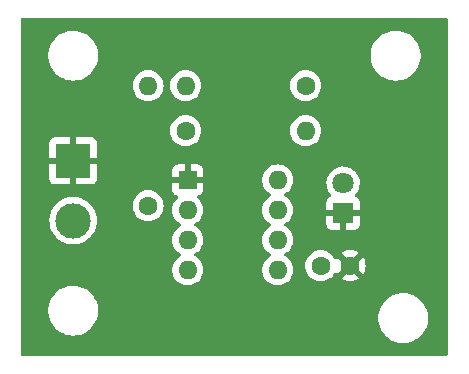
<source format=gbr>
%TF.GenerationSoftware,KiCad,Pcbnew,(6.0.6)*%
%TF.CreationDate,2022-08-06T13:42:41-04:00*%
%TF.ProjectId,Test,54657374-2e6b-4696-9361-645f70636258,rev?*%
%TF.SameCoordinates,Original*%
%TF.FileFunction,Copper,L2,Bot*%
%TF.FilePolarity,Positive*%
%FSLAX46Y46*%
G04 Gerber Fmt 4.6, Leading zero omitted, Abs format (unit mm)*
G04 Created by KiCad (PCBNEW (6.0.6)) date 2022-08-06 13:42:41*
%MOMM*%
%LPD*%
G01*
G04 APERTURE LIST*
%TA.AperFunction,ComponentPad*%
%ADD10R,1.600000X1.600000*%
%TD*%
%TA.AperFunction,ComponentPad*%
%ADD11O,1.600000X1.600000*%
%TD*%
%TA.AperFunction,ComponentPad*%
%ADD12C,1.600000*%
%TD*%
%TA.AperFunction,ComponentPad*%
%ADD13R,3.000000X3.000000*%
%TD*%
%TA.AperFunction,ComponentPad*%
%ADD14C,3.000000*%
%TD*%
%TA.AperFunction,ComponentPad*%
%ADD15R,1.800000X1.800000*%
%TD*%
%TA.AperFunction,ComponentPad*%
%ADD16C,1.800000*%
%TD*%
G04 APERTURE END LIST*
D10*
%TO.P,U1,1,GND*%
%TO.N,GND*%
X113210000Y-93070000D03*
D11*
%TO.P,U1,2,TR*%
%TO.N,Net-(U1-Pad6)*%
X113210000Y-95610000D03*
%TO.P,U1,3,Q*%
%TO.N,Net-(U1-Pad3)*%
X113210000Y-98150000D03*
%TO.P,U1,4,R*%
%TO.N,+9V*%
X113210000Y-100690000D03*
%TO.P,U1,5,CV*%
%TO.N,unconnected-(U1-Pad5)*%
X120830000Y-100690000D03*
%TO.P,U1,6,THR*%
%TO.N,Net-(U1-Pad6)*%
X120830000Y-98150000D03*
%TO.P,U1,7,DIS*%
%TO.N,Net-(U1-Pad7)*%
X120830000Y-95610000D03*
%TO.P,U1,8,VCC*%
%TO.N,+9V*%
X120830000Y-93070000D03*
%TD*%
%TO.P,R3,2*%
%TO.N,Net-(R3-Pad2)*%
X123190000Y-88900000D03*
D12*
%TO.P,R3,1*%
%TO.N,Net-(U1-Pad3)*%
X113030000Y-88900000D03*
%TD*%
%TO.P,R2,1*%
%TO.N,+9V*%
X123190000Y-85090000D03*
D11*
%TO.P,R2,2*%
%TO.N,Net-(U1-Pad7)*%
X113030000Y-85090000D03*
%TD*%
D12*
%TO.P,R1,1*%
%TO.N,Net-(U1-Pad6)*%
X109855000Y-95250000D03*
D11*
%TO.P,R1,2*%
%TO.N,Net-(U1-Pad7)*%
X109855000Y-85090000D03*
%TD*%
D13*
%TO.P,J1,1,Pin_1*%
%TO.N,GND*%
X103505000Y-91440000D03*
D14*
%TO.P,J1,2,Pin_2*%
%TO.N,+9V*%
X103505000Y-96520000D03*
%TD*%
D15*
%TO.P,D1,1,K*%
%TO.N,GND*%
X126365000Y-95885000D03*
D16*
%TO.P,D1,2,A*%
%TO.N,Net-(R3-Pad2)*%
X126365000Y-93345000D03*
%TD*%
D12*
%TO.P,C1,1*%
%TO.N,Net-(U1-Pad6)*%
X124460000Y-100330000D03*
%TO.P,C1,2*%
%TO.N,GND*%
X126960000Y-100330000D03*
%TD*%
%TA.AperFunction,Conductor*%
%TO.N,GND*%
G36*
X135197121Y-79395002D02*
G01*
X135243614Y-79448658D01*
X135255000Y-79501000D01*
X135255000Y-107824000D01*
X135234998Y-107892121D01*
X135181342Y-107938614D01*
X135129000Y-107950000D01*
X99186000Y-107950000D01*
X99117879Y-107929998D01*
X99071386Y-107876342D01*
X99060000Y-107824000D01*
X99060000Y-104272703D01*
X101395743Y-104272703D01*
X101433268Y-104557734D01*
X101509129Y-104835036D01*
X101621923Y-105099476D01*
X101769561Y-105346161D01*
X101949313Y-105570528D01*
X101966397Y-105586740D01*
X102146656Y-105757799D01*
X102157851Y-105768423D01*
X102391317Y-105936186D01*
X102395112Y-105938195D01*
X102395113Y-105938196D01*
X102416869Y-105949715D01*
X102645392Y-106070712D01*
X102915373Y-106169511D01*
X103196264Y-106230755D01*
X103224841Y-106233004D01*
X103419282Y-106248307D01*
X103419291Y-106248307D01*
X103421739Y-106248500D01*
X103577271Y-106248500D01*
X103579407Y-106248354D01*
X103579418Y-106248354D01*
X103787548Y-106234165D01*
X103787554Y-106234164D01*
X103791825Y-106233873D01*
X103796020Y-106233004D01*
X103796022Y-106233004D01*
X103944837Y-106202186D01*
X104073342Y-106175574D01*
X104344343Y-106079607D01*
X104507077Y-105995614D01*
X104596005Y-105949715D01*
X104596006Y-105949715D01*
X104599812Y-105947750D01*
X104603313Y-105945289D01*
X104603317Y-105945287D01*
X104717418Y-105865095D01*
X104835023Y-105782441D01*
X105045622Y-105586740D01*
X105227713Y-105364268D01*
X105377927Y-105119142D01*
X105468878Y-104911951D01*
X105470743Y-104907703D01*
X129335743Y-104907703D01*
X129373268Y-105192734D01*
X129449129Y-105470036D01*
X129561923Y-105734476D01*
X129592104Y-105784904D01*
X129681144Y-105933679D01*
X129709561Y-105981161D01*
X129889313Y-106205528D01*
X130097851Y-106403423D01*
X130331317Y-106571186D01*
X130335112Y-106573195D01*
X130335113Y-106573196D01*
X130356869Y-106584715D01*
X130585392Y-106705712D01*
X130855373Y-106804511D01*
X131136264Y-106865755D01*
X131164841Y-106868004D01*
X131359282Y-106883307D01*
X131359291Y-106883307D01*
X131361739Y-106883500D01*
X131517271Y-106883500D01*
X131519407Y-106883354D01*
X131519418Y-106883354D01*
X131727548Y-106869165D01*
X131727554Y-106869164D01*
X131731825Y-106868873D01*
X131736020Y-106868004D01*
X131736022Y-106868004D01*
X131872584Y-106839723D01*
X132013342Y-106810574D01*
X132284343Y-106714607D01*
X132539812Y-106582750D01*
X132543313Y-106580289D01*
X132543317Y-106580287D01*
X132657418Y-106500095D01*
X132775023Y-106417441D01*
X132972251Y-106234165D01*
X132982479Y-106224661D01*
X132982481Y-106224658D01*
X132985622Y-106221740D01*
X133167713Y-105999268D01*
X133317927Y-105754142D01*
X133433483Y-105490898D01*
X133512244Y-105214406D01*
X133552751Y-104929784D01*
X133552845Y-104911951D01*
X133554235Y-104646583D01*
X133554235Y-104646576D01*
X133554257Y-104642297D01*
X133516732Y-104357266D01*
X133440871Y-104079964D01*
X133328077Y-103815524D01*
X133180439Y-103568839D01*
X133000687Y-103344472D01*
X132827922Y-103180524D01*
X132795258Y-103149527D01*
X132795255Y-103149525D01*
X132792149Y-103146577D01*
X132558683Y-102978814D01*
X132536843Y-102967250D01*
X132433275Y-102912414D01*
X132304608Y-102844288D01*
X132034627Y-102745489D01*
X131753736Y-102684245D01*
X131722685Y-102681801D01*
X131530718Y-102666693D01*
X131530709Y-102666693D01*
X131528261Y-102666500D01*
X131372729Y-102666500D01*
X131370593Y-102666646D01*
X131370582Y-102666646D01*
X131162452Y-102680835D01*
X131162446Y-102680836D01*
X131158175Y-102681127D01*
X131153980Y-102681996D01*
X131153978Y-102681996D01*
X131035532Y-102706525D01*
X130876658Y-102739426D01*
X130605657Y-102835393D01*
X130601848Y-102837359D01*
X130421406Y-102930492D01*
X130350188Y-102967250D01*
X130346687Y-102969711D01*
X130346683Y-102969713D01*
X130336594Y-102976804D01*
X130114977Y-103132559D01*
X129904378Y-103328260D01*
X129722287Y-103550732D01*
X129572073Y-103795858D01*
X129570347Y-103799791D01*
X129570346Y-103799792D01*
X129479258Y-104007297D01*
X129456517Y-104059102D01*
X129377756Y-104335594D01*
X129374672Y-104357266D01*
X129342470Y-104583534D01*
X129337249Y-104620216D01*
X129337227Y-104624505D01*
X129337226Y-104624512D01*
X129335765Y-104903417D01*
X129335743Y-104907703D01*
X105470743Y-104907703D01*
X105491757Y-104859830D01*
X105493483Y-104855898D01*
X105572244Y-104579406D01*
X105606943Y-104335594D01*
X105612146Y-104299036D01*
X105612146Y-104299034D01*
X105612751Y-104294784D01*
X105612845Y-104276951D01*
X105614235Y-104011583D01*
X105614235Y-104011576D01*
X105614257Y-104007297D01*
X105576732Y-103722266D01*
X105500871Y-103444964D01*
X105388077Y-103180524D01*
X105313527Y-103055960D01*
X105242643Y-102937521D01*
X105242640Y-102937517D01*
X105240439Y-102933839D01*
X105060687Y-102709472D01*
X104852149Y-102511577D01*
X104618683Y-102343814D01*
X104596843Y-102332250D01*
X104573654Y-102319972D01*
X104364608Y-102209288D01*
X104094627Y-102110489D01*
X103813736Y-102049245D01*
X103782685Y-102046801D01*
X103590718Y-102031693D01*
X103590709Y-102031693D01*
X103588261Y-102031500D01*
X103432729Y-102031500D01*
X103430593Y-102031646D01*
X103430582Y-102031646D01*
X103222452Y-102045835D01*
X103222446Y-102045836D01*
X103218175Y-102046127D01*
X103213980Y-102046996D01*
X103213978Y-102046996D01*
X103077416Y-102075277D01*
X102936658Y-102104426D01*
X102665657Y-102200393D01*
X102410188Y-102332250D01*
X102406687Y-102334711D01*
X102406683Y-102334713D01*
X102396594Y-102341804D01*
X102174977Y-102497559D01*
X102159892Y-102511577D01*
X101973097Y-102685158D01*
X101964378Y-102693260D01*
X101782287Y-102915732D01*
X101632073Y-103160858D01*
X101516517Y-103424102D01*
X101437756Y-103700594D01*
X101397249Y-103985216D01*
X101397227Y-103989505D01*
X101397226Y-103989512D01*
X101395765Y-104268417D01*
X101395743Y-104272703D01*
X99060000Y-104272703D01*
X99060000Y-100690000D01*
X111896502Y-100690000D01*
X111916457Y-100918087D01*
X111917881Y-100923400D01*
X111917881Y-100923402D01*
X111935995Y-100991002D01*
X111975716Y-101139243D01*
X111978039Y-101144224D01*
X111978039Y-101144225D01*
X112070151Y-101341762D01*
X112070154Y-101341767D01*
X112072477Y-101346749D01*
X112075634Y-101351257D01*
X112154834Y-101464366D01*
X112203802Y-101534300D01*
X112365700Y-101696198D01*
X112370208Y-101699355D01*
X112370211Y-101699357D01*
X112448389Y-101754098D01*
X112553251Y-101827523D01*
X112558233Y-101829846D01*
X112558238Y-101829849D01*
X112755775Y-101921961D01*
X112760757Y-101924284D01*
X112766065Y-101925706D01*
X112766067Y-101925707D01*
X112976598Y-101982119D01*
X112976600Y-101982119D01*
X112981913Y-101983543D01*
X113210000Y-102003498D01*
X113438087Y-101983543D01*
X113443400Y-101982119D01*
X113443402Y-101982119D01*
X113653933Y-101925707D01*
X113653935Y-101925706D01*
X113659243Y-101924284D01*
X113664225Y-101921961D01*
X113861762Y-101829849D01*
X113861767Y-101829846D01*
X113866749Y-101827523D01*
X113971611Y-101754098D01*
X114049789Y-101699357D01*
X114049792Y-101699355D01*
X114054300Y-101696198D01*
X114216198Y-101534300D01*
X114265167Y-101464366D01*
X114344366Y-101351257D01*
X114347523Y-101346749D01*
X114349846Y-101341767D01*
X114349849Y-101341762D01*
X114441961Y-101144225D01*
X114441961Y-101144224D01*
X114444284Y-101139243D01*
X114484006Y-100991002D01*
X114502119Y-100923402D01*
X114502119Y-100923400D01*
X114503543Y-100918087D01*
X114523498Y-100690000D01*
X119516502Y-100690000D01*
X119536457Y-100918087D01*
X119537881Y-100923400D01*
X119537881Y-100923402D01*
X119555995Y-100991002D01*
X119595716Y-101139243D01*
X119598039Y-101144224D01*
X119598039Y-101144225D01*
X119690151Y-101341762D01*
X119690154Y-101341767D01*
X119692477Y-101346749D01*
X119695634Y-101351257D01*
X119774834Y-101464366D01*
X119823802Y-101534300D01*
X119985700Y-101696198D01*
X119990208Y-101699355D01*
X119990211Y-101699357D01*
X120068389Y-101754098D01*
X120173251Y-101827523D01*
X120178233Y-101829846D01*
X120178238Y-101829849D01*
X120375775Y-101921961D01*
X120380757Y-101924284D01*
X120386065Y-101925706D01*
X120386067Y-101925707D01*
X120596598Y-101982119D01*
X120596600Y-101982119D01*
X120601913Y-101983543D01*
X120830000Y-102003498D01*
X121058087Y-101983543D01*
X121063400Y-101982119D01*
X121063402Y-101982119D01*
X121273933Y-101925707D01*
X121273935Y-101925706D01*
X121279243Y-101924284D01*
X121284225Y-101921961D01*
X121481762Y-101829849D01*
X121481767Y-101829846D01*
X121486749Y-101827523D01*
X121591611Y-101754098D01*
X121669789Y-101699357D01*
X121669792Y-101699355D01*
X121674300Y-101696198D01*
X121836198Y-101534300D01*
X121885167Y-101464366D01*
X121964366Y-101351257D01*
X121967523Y-101346749D01*
X121969846Y-101341767D01*
X121969849Y-101341762D01*
X122061961Y-101144225D01*
X122061961Y-101144224D01*
X122064284Y-101139243D01*
X122104006Y-100991002D01*
X122122119Y-100923402D01*
X122122119Y-100923400D01*
X122123543Y-100918087D01*
X122143498Y-100690000D01*
X122123543Y-100461913D01*
X122088197Y-100330000D01*
X123146502Y-100330000D01*
X123166457Y-100558087D01*
X123167881Y-100563400D01*
X123167881Y-100563402D01*
X123205025Y-100702022D01*
X123225716Y-100779243D01*
X123228039Y-100784224D01*
X123228039Y-100784225D01*
X123320151Y-100981762D01*
X123320154Y-100981767D01*
X123322477Y-100986749D01*
X123325634Y-100991257D01*
X123425537Y-101133933D01*
X123453802Y-101174300D01*
X123615700Y-101336198D01*
X123620208Y-101339355D01*
X123620211Y-101339357D01*
X123623646Y-101341762D01*
X123803251Y-101467523D01*
X123808233Y-101469846D01*
X123808238Y-101469849D01*
X124004765Y-101561490D01*
X124010757Y-101564284D01*
X124016065Y-101565706D01*
X124016067Y-101565707D01*
X124226598Y-101622119D01*
X124226600Y-101622119D01*
X124231913Y-101623543D01*
X124460000Y-101643498D01*
X124688087Y-101623543D01*
X124693400Y-101622119D01*
X124693402Y-101622119D01*
X124903933Y-101565707D01*
X124903935Y-101565706D01*
X124909243Y-101564284D01*
X124915235Y-101561490D01*
X125111762Y-101469849D01*
X125111767Y-101469846D01*
X125116749Y-101467523D01*
X125190243Y-101416062D01*
X126238493Y-101416062D01*
X126247789Y-101428077D01*
X126298994Y-101463931D01*
X126308489Y-101469414D01*
X126505947Y-101561490D01*
X126516239Y-101565236D01*
X126726688Y-101621625D01*
X126737481Y-101623528D01*
X126954525Y-101642517D01*
X126965475Y-101642517D01*
X127182519Y-101623528D01*
X127193312Y-101621625D01*
X127403761Y-101565236D01*
X127414053Y-101561490D01*
X127611511Y-101469414D01*
X127621006Y-101463931D01*
X127673048Y-101427491D01*
X127681424Y-101417012D01*
X127674356Y-101403566D01*
X126972812Y-100702022D01*
X126958868Y-100694408D01*
X126957035Y-100694539D01*
X126950420Y-100698790D01*
X126244923Y-101404287D01*
X126238493Y-101416062D01*
X125190243Y-101416062D01*
X125296354Y-101341762D01*
X125299789Y-101339357D01*
X125299792Y-101339355D01*
X125304300Y-101336198D01*
X125466198Y-101174300D01*
X125494464Y-101133933D01*
X125594369Y-100991253D01*
X125597523Y-100986749D01*
X125599847Y-100981765D01*
X125601171Y-100979472D01*
X125652553Y-100930479D01*
X125722267Y-100917043D01*
X125788178Y-100943429D01*
X125819409Y-100979472D01*
X125826066Y-100991002D01*
X125862509Y-101043048D01*
X125872988Y-101051424D01*
X125886434Y-101044356D01*
X126587978Y-100342812D01*
X126594356Y-100331132D01*
X127324408Y-100331132D01*
X127324539Y-100332965D01*
X127328790Y-100339580D01*
X128034287Y-101045077D01*
X128046062Y-101051507D01*
X128058077Y-101042211D01*
X128093931Y-100991006D01*
X128099414Y-100981511D01*
X128191490Y-100784053D01*
X128195236Y-100773761D01*
X128251625Y-100563312D01*
X128253528Y-100552519D01*
X128272517Y-100335475D01*
X128272517Y-100324525D01*
X128253528Y-100107481D01*
X128251625Y-100096688D01*
X128195236Y-99886239D01*
X128191490Y-99875947D01*
X128099414Y-99678489D01*
X128093931Y-99668994D01*
X128057491Y-99616952D01*
X128047012Y-99608576D01*
X128033566Y-99615644D01*
X127332022Y-100317188D01*
X127324408Y-100331132D01*
X126594356Y-100331132D01*
X126595592Y-100328868D01*
X126595461Y-100327035D01*
X126591210Y-100320420D01*
X125885713Y-99614923D01*
X125873938Y-99608493D01*
X125861923Y-99617789D01*
X125826066Y-99668998D01*
X125819409Y-99680528D01*
X125768027Y-99729521D01*
X125698313Y-99742958D01*
X125632402Y-99716571D01*
X125601171Y-99680528D01*
X125599847Y-99678235D01*
X125597523Y-99673251D01*
X125541944Y-99593876D01*
X125469357Y-99490211D01*
X125469355Y-99490208D01*
X125466198Y-99485700D01*
X125304300Y-99323802D01*
X125299792Y-99320645D01*
X125299789Y-99320643D01*
X125188886Y-99242988D01*
X126238576Y-99242988D01*
X126245644Y-99256434D01*
X126947188Y-99957978D01*
X126961132Y-99965592D01*
X126962965Y-99965461D01*
X126969580Y-99961210D01*
X127675077Y-99255713D01*
X127681507Y-99243938D01*
X127672211Y-99231923D01*
X127621006Y-99196069D01*
X127611511Y-99190586D01*
X127414053Y-99098510D01*
X127403761Y-99094764D01*
X127193312Y-99038375D01*
X127182519Y-99036472D01*
X126965475Y-99017483D01*
X126954525Y-99017483D01*
X126737481Y-99036472D01*
X126726688Y-99038375D01*
X126516239Y-99094764D01*
X126505947Y-99098510D01*
X126308489Y-99190586D01*
X126298994Y-99196069D01*
X126246952Y-99232509D01*
X126238576Y-99242988D01*
X125188886Y-99242988D01*
X125173920Y-99232509D01*
X125116749Y-99192477D01*
X125111767Y-99190154D01*
X125111762Y-99190151D01*
X124914225Y-99098039D01*
X124914224Y-99098039D01*
X124909243Y-99095716D01*
X124903935Y-99094294D01*
X124903933Y-99094293D01*
X124693402Y-99037881D01*
X124693400Y-99037881D01*
X124688087Y-99036457D01*
X124460000Y-99016502D01*
X124231913Y-99036457D01*
X124226600Y-99037881D01*
X124226598Y-99037881D01*
X124016067Y-99094293D01*
X124016065Y-99094294D01*
X124010757Y-99095716D01*
X124005776Y-99098039D01*
X124005775Y-99098039D01*
X123808238Y-99190151D01*
X123808233Y-99190154D01*
X123803251Y-99192477D01*
X123746080Y-99232509D01*
X123620211Y-99320643D01*
X123620208Y-99320645D01*
X123615700Y-99323802D01*
X123453802Y-99485700D01*
X123450645Y-99490208D01*
X123450643Y-99490211D01*
X123395902Y-99568389D01*
X123322477Y-99673251D01*
X123320154Y-99678233D01*
X123320151Y-99678238D01*
X123296238Y-99729521D01*
X123225716Y-99880757D01*
X123224294Y-99886065D01*
X123224293Y-99886067D01*
X123203019Y-99965461D01*
X123166457Y-100101913D01*
X123146502Y-100330000D01*
X122088197Y-100330000D01*
X122065707Y-100246067D01*
X122065706Y-100246065D01*
X122064284Y-100240757D01*
X122002096Y-100107393D01*
X121969849Y-100038238D01*
X121969846Y-100038233D01*
X121967523Y-100033251D01*
X121864584Y-99886239D01*
X121839357Y-99850211D01*
X121839355Y-99850208D01*
X121836198Y-99845700D01*
X121674300Y-99683802D01*
X121669792Y-99680645D01*
X121669789Y-99680643D01*
X121580024Y-99617789D01*
X121486749Y-99552477D01*
X121481767Y-99550154D01*
X121481762Y-99550151D01*
X121447543Y-99534195D01*
X121394258Y-99487278D01*
X121374797Y-99419001D01*
X121395339Y-99351041D01*
X121447543Y-99305805D01*
X121481762Y-99289849D01*
X121481767Y-99289846D01*
X121486749Y-99287523D01*
X121591611Y-99214098D01*
X121669789Y-99159357D01*
X121669792Y-99159355D01*
X121674300Y-99156198D01*
X121836198Y-98994300D01*
X121967523Y-98806749D01*
X121969846Y-98801767D01*
X121969849Y-98801762D01*
X122061961Y-98604225D01*
X122061961Y-98604224D01*
X122064284Y-98599243D01*
X122082722Y-98530434D01*
X122122119Y-98383402D01*
X122122119Y-98383400D01*
X122123543Y-98378087D01*
X122143498Y-98150000D01*
X122123543Y-97921913D01*
X122064284Y-97700757D01*
X122014948Y-97594955D01*
X121969849Y-97498238D01*
X121969846Y-97498233D01*
X121967523Y-97493251D01*
X121836198Y-97305700D01*
X121674300Y-97143802D01*
X121669792Y-97140645D01*
X121669789Y-97140643D01*
X121591611Y-97085902D01*
X121486749Y-97012477D01*
X121481767Y-97010154D01*
X121481762Y-97010151D01*
X121447543Y-96994195D01*
X121394258Y-96947278D01*
X121374797Y-96879001D01*
X121389708Y-96829669D01*
X124957001Y-96829669D01*
X124957371Y-96836490D01*
X124962895Y-96887352D01*
X124966521Y-96902604D01*
X125011676Y-97023054D01*
X125020214Y-97038649D01*
X125096715Y-97140724D01*
X125109276Y-97153285D01*
X125211351Y-97229786D01*
X125226946Y-97238324D01*
X125347394Y-97283478D01*
X125362649Y-97287105D01*
X125413514Y-97292631D01*
X125420328Y-97293000D01*
X126092885Y-97293000D01*
X126108124Y-97288525D01*
X126109329Y-97287135D01*
X126111000Y-97279452D01*
X126111000Y-97274884D01*
X126619000Y-97274884D01*
X126623475Y-97290123D01*
X126624865Y-97291328D01*
X126632548Y-97292999D01*
X127309669Y-97292999D01*
X127316490Y-97292629D01*
X127367352Y-97287105D01*
X127382604Y-97283479D01*
X127503054Y-97238324D01*
X127518649Y-97229786D01*
X127620724Y-97153285D01*
X127633285Y-97140724D01*
X127709786Y-97038649D01*
X127718324Y-97023054D01*
X127763478Y-96902606D01*
X127767105Y-96887351D01*
X127772631Y-96836486D01*
X127773000Y-96829672D01*
X127773000Y-96157115D01*
X127768525Y-96141876D01*
X127767135Y-96140671D01*
X127759452Y-96139000D01*
X126637115Y-96139000D01*
X126621876Y-96143475D01*
X126620671Y-96144865D01*
X126619000Y-96152548D01*
X126619000Y-97274884D01*
X126111000Y-97274884D01*
X126111000Y-96157115D01*
X126106525Y-96141876D01*
X126105135Y-96140671D01*
X126097452Y-96139000D01*
X124975116Y-96139000D01*
X124959877Y-96143475D01*
X124958672Y-96144865D01*
X124957001Y-96152548D01*
X124957001Y-96829669D01*
X121389708Y-96829669D01*
X121395339Y-96811041D01*
X121447543Y-96765805D01*
X121481762Y-96749849D01*
X121481767Y-96749846D01*
X121486749Y-96747523D01*
X121591611Y-96674098D01*
X121669789Y-96619357D01*
X121669792Y-96619355D01*
X121674300Y-96616198D01*
X121836198Y-96454300D01*
X121885167Y-96384366D01*
X121964366Y-96271257D01*
X121967523Y-96266749D01*
X121969846Y-96261767D01*
X121969849Y-96261762D01*
X122061961Y-96064225D01*
X122061961Y-96064224D01*
X122064284Y-96059243D01*
X122123543Y-95838087D01*
X122143498Y-95610000D01*
X122123543Y-95381913D01*
X122064284Y-95160757D01*
X122061961Y-95155775D01*
X121969849Y-94958238D01*
X121969846Y-94958233D01*
X121967523Y-94953251D01*
X121894098Y-94848389D01*
X121839357Y-94770211D01*
X121839355Y-94770208D01*
X121836198Y-94765700D01*
X121674300Y-94603802D01*
X121669792Y-94600645D01*
X121669789Y-94600643D01*
X121571292Y-94531675D01*
X121486749Y-94472477D01*
X121481767Y-94470154D01*
X121481762Y-94470151D01*
X121447543Y-94454195D01*
X121394258Y-94407278D01*
X121374797Y-94339001D01*
X121395339Y-94271041D01*
X121447543Y-94225805D01*
X121481762Y-94209849D01*
X121481767Y-94209846D01*
X121486749Y-94207523D01*
X121617980Y-94115634D01*
X121669789Y-94079357D01*
X121669792Y-94079355D01*
X121674300Y-94076198D01*
X121836198Y-93914300D01*
X121967523Y-93726749D01*
X121969846Y-93721767D01*
X121969849Y-93721762D01*
X122061961Y-93524225D01*
X122061961Y-93524224D01*
X122064284Y-93519243D01*
X122112970Y-93337548D01*
X122120225Y-93310469D01*
X124952095Y-93310469D01*
X124952392Y-93315622D01*
X124952392Y-93315625D01*
X124960025Y-93448000D01*
X124965427Y-93541697D01*
X124966564Y-93546743D01*
X124966565Y-93546749D01*
X124998741Y-93689523D01*
X125016346Y-93767642D01*
X125018288Y-93772424D01*
X125018289Y-93772428D01*
X125078817Y-93921490D01*
X125103484Y-93982237D01*
X125224501Y-94179719D01*
X125227882Y-94183622D01*
X125336653Y-94309191D01*
X125366135Y-94373776D01*
X125356020Y-94444049D01*
X125309519Y-94497697D01*
X125285646Y-94509670D01*
X125226944Y-94531677D01*
X125211351Y-94540214D01*
X125109276Y-94616715D01*
X125096715Y-94629276D01*
X125020214Y-94731351D01*
X125011676Y-94746946D01*
X124966522Y-94867394D01*
X124962895Y-94882649D01*
X124957369Y-94933514D01*
X124957000Y-94940328D01*
X124957000Y-95612885D01*
X124961475Y-95628124D01*
X124962865Y-95629329D01*
X124970548Y-95631000D01*
X127754884Y-95631000D01*
X127770123Y-95626525D01*
X127771328Y-95625135D01*
X127772999Y-95617452D01*
X127772999Y-94940331D01*
X127772629Y-94933510D01*
X127767105Y-94882648D01*
X127763479Y-94867396D01*
X127718324Y-94746946D01*
X127709786Y-94731351D01*
X127633285Y-94629276D01*
X127620724Y-94616715D01*
X127518649Y-94540214D01*
X127503052Y-94531675D01*
X127444415Y-94509693D01*
X127387650Y-94467052D01*
X127362950Y-94400490D01*
X127378157Y-94331141D01*
X127399703Y-94302461D01*
X127437641Y-94264654D01*
X127441303Y-94261005D01*
X127576458Y-94072917D01*
X127604729Y-94015716D01*
X127676784Y-93869922D01*
X127676785Y-93869920D01*
X127679078Y-93865280D01*
X127746408Y-93643671D01*
X127776640Y-93414041D01*
X127778327Y-93345000D01*
X127765884Y-93193649D01*
X127759773Y-93119318D01*
X127759772Y-93119312D01*
X127759349Y-93114167D01*
X127702925Y-92889533D01*
X127700866Y-92884797D01*
X127612630Y-92681868D01*
X127612628Y-92681865D01*
X127610570Y-92677131D01*
X127484764Y-92482665D01*
X127328887Y-92311358D01*
X127324836Y-92308159D01*
X127324832Y-92308155D01*
X127151177Y-92171011D01*
X127151172Y-92171008D01*
X127147123Y-92167810D01*
X127142607Y-92165317D01*
X127142604Y-92165315D01*
X126948879Y-92058373D01*
X126948875Y-92058371D01*
X126944355Y-92055876D01*
X126939486Y-92054152D01*
X126939482Y-92054150D01*
X126730903Y-91980288D01*
X126730899Y-91980287D01*
X126726028Y-91978562D01*
X126720935Y-91977655D01*
X126720932Y-91977654D01*
X126503095Y-91938851D01*
X126503089Y-91938850D01*
X126498006Y-91937945D01*
X126425096Y-91937054D01*
X126271581Y-91935179D01*
X126271579Y-91935179D01*
X126266411Y-91935116D01*
X126037464Y-91970150D01*
X125817314Y-92042106D01*
X125812726Y-92044494D01*
X125812722Y-92044496D01*
X125616461Y-92146663D01*
X125611872Y-92149052D01*
X125607739Y-92152155D01*
X125607736Y-92152157D01*
X125503778Y-92230211D01*
X125426655Y-92288117D01*
X125423083Y-92291855D01*
X125302309Y-92418238D01*
X125266639Y-92455564D01*
X125263725Y-92459836D01*
X125263724Y-92459837D01*
X125248152Y-92482665D01*
X125136119Y-92646899D01*
X125038602Y-92856981D01*
X124976707Y-93080169D01*
X124952095Y-93310469D01*
X122120225Y-93310469D01*
X122122119Y-93303402D01*
X122122119Y-93303400D01*
X122123543Y-93298087D01*
X122143498Y-93070000D01*
X122123543Y-92841913D01*
X122115028Y-92810135D01*
X122065707Y-92626067D01*
X122065706Y-92626065D01*
X122064284Y-92620757D01*
X121998107Y-92478838D01*
X121969849Y-92418238D01*
X121969846Y-92418233D01*
X121967523Y-92413251D01*
X121836198Y-92225700D01*
X121674300Y-92063802D01*
X121669792Y-92060645D01*
X121669789Y-92060643D01*
X121540551Y-91970150D01*
X121486749Y-91932477D01*
X121481767Y-91930154D01*
X121481762Y-91930151D01*
X121284225Y-91838039D01*
X121284224Y-91838039D01*
X121279243Y-91835716D01*
X121273935Y-91834294D01*
X121273933Y-91834293D01*
X121063402Y-91777881D01*
X121063400Y-91777881D01*
X121058087Y-91776457D01*
X120830000Y-91756502D01*
X120601913Y-91776457D01*
X120596600Y-91777881D01*
X120596598Y-91777881D01*
X120386067Y-91834293D01*
X120386065Y-91834294D01*
X120380757Y-91835716D01*
X120375776Y-91838039D01*
X120375775Y-91838039D01*
X120178238Y-91930151D01*
X120178233Y-91930154D01*
X120173251Y-91932477D01*
X120119449Y-91970150D01*
X119990211Y-92060643D01*
X119990208Y-92060645D01*
X119985700Y-92063802D01*
X119823802Y-92225700D01*
X119692477Y-92413251D01*
X119690154Y-92418233D01*
X119690151Y-92418238D01*
X119661893Y-92478838D01*
X119595716Y-92620757D01*
X119594294Y-92626065D01*
X119594293Y-92626067D01*
X119544972Y-92810135D01*
X119536457Y-92841913D01*
X119516502Y-93070000D01*
X119536457Y-93298087D01*
X119537881Y-93303400D01*
X119537881Y-93303402D01*
X119547031Y-93337548D01*
X119595716Y-93519243D01*
X119598039Y-93524224D01*
X119598039Y-93524225D01*
X119690151Y-93721762D01*
X119690154Y-93721767D01*
X119692477Y-93726749D01*
X119823802Y-93914300D01*
X119985700Y-94076198D01*
X119990208Y-94079355D01*
X119990211Y-94079357D01*
X120042020Y-94115634D01*
X120173251Y-94207523D01*
X120178233Y-94209846D01*
X120178238Y-94209849D01*
X120212457Y-94225805D01*
X120265742Y-94272722D01*
X120285203Y-94340999D01*
X120264661Y-94408959D01*
X120212457Y-94454195D01*
X120178238Y-94470151D01*
X120178233Y-94470154D01*
X120173251Y-94472477D01*
X120088708Y-94531675D01*
X119990211Y-94600643D01*
X119990208Y-94600645D01*
X119985700Y-94603802D01*
X119823802Y-94765700D01*
X119820645Y-94770208D01*
X119820643Y-94770211D01*
X119765902Y-94848389D01*
X119692477Y-94953251D01*
X119690154Y-94958233D01*
X119690151Y-94958238D01*
X119598039Y-95155775D01*
X119595716Y-95160757D01*
X119536457Y-95381913D01*
X119516502Y-95610000D01*
X119536457Y-95838087D01*
X119595716Y-96059243D01*
X119598039Y-96064224D01*
X119598039Y-96064225D01*
X119690151Y-96261762D01*
X119690154Y-96261767D01*
X119692477Y-96266749D01*
X119695634Y-96271257D01*
X119774834Y-96384366D01*
X119823802Y-96454300D01*
X119985700Y-96616198D01*
X119990208Y-96619355D01*
X119990211Y-96619357D01*
X120068389Y-96674098D01*
X120173251Y-96747523D01*
X120178233Y-96749846D01*
X120178238Y-96749849D01*
X120212457Y-96765805D01*
X120265742Y-96812722D01*
X120285203Y-96880999D01*
X120264661Y-96948959D01*
X120212457Y-96994195D01*
X120178238Y-97010151D01*
X120178233Y-97010154D01*
X120173251Y-97012477D01*
X120068389Y-97085902D01*
X119990211Y-97140643D01*
X119990208Y-97140645D01*
X119985700Y-97143802D01*
X119823802Y-97305700D01*
X119692477Y-97493251D01*
X119690154Y-97498233D01*
X119690151Y-97498238D01*
X119645052Y-97594955D01*
X119595716Y-97700757D01*
X119536457Y-97921913D01*
X119516502Y-98150000D01*
X119536457Y-98378087D01*
X119537881Y-98383400D01*
X119537881Y-98383402D01*
X119577279Y-98530434D01*
X119595716Y-98599243D01*
X119598039Y-98604224D01*
X119598039Y-98604225D01*
X119690151Y-98801762D01*
X119690154Y-98801767D01*
X119692477Y-98806749D01*
X119823802Y-98994300D01*
X119985700Y-99156198D01*
X119990208Y-99159355D01*
X119990211Y-99159357D01*
X120068389Y-99214098D01*
X120173251Y-99287523D01*
X120178233Y-99289846D01*
X120178238Y-99289849D01*
X120212457Y-99305805D01*
X120265742Y-99352722D01*
X120285203Y-99420999D01*
X120264661Y-99488959D01*
X120212457Y-99534195D01*
X120178238Y-99550151D01*
X120178233Y-99550154D01*
X120173251Y-99552477D01*
X120079976Y-99617789D01*
X119990211Y-99680643D01*
X119990208Y-99680645D01*
X119985700Y-99683802D01*
X119823802Y-99845700D01*
X119820645Y-99850208D01*
X119820643Y-99850211D01*
X119795416Y-99886239D01*
X119692477Y-100033251D01*
X119690154Y-100038233D01*
X119690151Y-100038238D01*
X119657904Y-100107393D01*
X119595716Y-100240757D01*
X119594294Y-100246065D01*
X119594293Y-100246067D01*
X119571803Y-100330000D01*
X119536457Y-100461913D01*
X119516502Y-100690000D01*
X114523498Y-100690000D01*
X114503543Y-100461913D01*
X114468197Y-100330000D01*
X114445707Y-100246067D01*
X114445706Y-100246065D01*
X114444284Y-100240757D01*
X114382096Y-100107393D01*
X114349849Y-100038238D01*
X114349846Y-100038233D01*
X114347523Y-100033251D01*
X114244584Y-99886239D01*
X114219357Y-99850211D01*
X114219355Y-99850208D01*
X114216198Y-99845700D01*
X114054300Y-99683802D01*
X114049792Y-99680645D01*
X114049789Y-99680643D01*
X113960024Y-99617789D01*
X113866749Y-99552477D01*
X113861767Y-99550154D01*
X113861762Y-99550151D01*
X113827543Y-99534195D01*
X113774258Y-99487278D01*
X113754797Y-99419001D01*
X113775339Y-99351041D01*
X113827543Y-99305805D01*
X113861762Y-99289849D01*
X113861767Y-99289846D01*
X113866749Y-99287523D01*
X113971611Y-99214098D01*
X114049789Y-99159357D01*
X114049792Y-99159355D01*
X114054300Y-99156198D01*
X114216198Y-98994300D01*
X114347523Y-98806749D01*
X114349846Y-98801767D01*
X114349849Y-98801762D01*
X114441961Y-98604225D01*
X114441961Y-98604224D01*
X114444284Y-98599243D01*
X114462722Y-98530434D01*
X114502119Y-98383402D01*
X114502119Y-98383400D01*
X114503543Y-98378087D01*
X114523498Y-98150000D01*
X114503543Y-97921913D01*
X114444284Y-97700757D01*
X114394948Y-97594955D01*
X114349849Y-97498238D01*
X114349846Y-97498233D01*
X114347523Y-97493251D01*
X114216198Y-97305700D01*
X114054300Y-97143802D01*
X114049792Y-97140645D01*
X114049789Y-97140643D01*
X113971611Y-97085902D01*
X113866749Y-97012477D01*
X113861767Y-97010154D01*
X113861762Y-97010151D01*
X113827543Y-96994195D01*
X113774258Y-96947278D01*
X113754797Y-96879001D01*
X113775339Y-96811041D01*
X113827543Y-96765805D01*
X113861762Y-96749849D01*
X113861767Y-96749846D01*
X113866749Y-96747523D01*
X113971611Y-96674098D01*
X114049789Y-96619357D01*
X114049792Y-96619355D01*
X114054300Y-96616198D01*
X114216198Y-96454300D01*
X114265167Y-96384366D01*
X114344366Y-96271257D01*
X114347523Y-96266749D01*
X114349846Y-96261767D01*
X114349849Y-96261762D01*
X114441961Y-96064225D01*
X114441961Y-96064224D01*
X114444284Y-96059243D01*
X114503543Y-95838087D01*
X114523498Y-95610000D01*
X114503543Y-95381913D01*
X114444284Y-95160757D01*
X114441961Y-95155775D01*
X114349849Y-94958238D01*
X114349846Y-94958233D01*
X114347523Y-94953251D01*
X114274098Y-94848389D01*
X114219357Y-94770211D01*
X114219355Y-94770208D01*
X114216198Y-94765700D01*
X114054300Y-94603802D01*
X114049789Y-94600643D01*
X114045576Y-94597108D01*
X114046388Y-94596140D01*
X114005910Y-94545506D01*
X113998596Y-94474887D01*
X114030624Y-94411524D01*
X114091823Y-94375536D01*
X114108901Y-94372480D01*
X114112352Y-94372105D01*
X114127604Y-94368479D01*
X114248054Y-94323324D01*
X114263649Y-94314786D01*
X114365724Y-94238285D01*
X114378285Y-94225724D01*
X114454786Y-94123649D01*
X114463324Y-94108054D01*
X114508478Y-93987606D01*
X114512105Y-93972351D01*
X114517631Y-93921486D01*
X114518000Y-93914672D01*
X114518000Y-93342115D01*
X114513525Y-93326876D01*
X114512135Y-93325671D01*
X114504452Y-93324000D01*
X111920116Y-93324000D01*
X111904877Y-93328475D01*
X111903672Y-93329865D01*
X111902001Y-93337548D01*
X111902001Y-93914669D01*
X111902371Y-93921490D01*
X111907895Y-93972352D01*
X111911521Y-93987604D01*
X111956676Y-94108054D01*
X111965214Y-94123649D01*
X112041715Y-94225724D01*
X112054276Y-94238285D01*
X112156351Y-94314786D01*
X112171946Y-94323324D01*
X112292394Y-94368478D01*
X112307643Y-94372104D01*
X112311096Y-94372479D01*
X112313606Y-94373522D01*
X112315331Y-94373932D01*
X112315265Y-94374211D01*
X112376659Y-94399719D01*
X112417088Y-94458080D01*
X112419546Y-94529034D01*
X112383253Y-94590054D01*
X112371760Y-94599344D01*
X112370214Y-94600641D01*
X112365700Y-94603802D01*
X112203802Y-94765700D01*
X112200645Y-94770208D01*
X112200643Y-94770211D01*
X112145902Y-94848389D01*
X112072477Y-94953251D01*
X112070154Y-94958233D01*
X112070151Y-94958238D01*
X111978039Y-95155775D01*
X111975716Y-95160757D01*
X111916457Y-95381913D01*
X111896502Y-95610000D01*
X111916457Y-95838087D01*
X111975716Y-96059243D01*
X111978039Y-96064224D01*
X111978039Y-96064225D01*
X112070151Y-96261762D01*
X112070154Y-96261767D01*
X112072477Y-96266749D01*
X112075634Y-96271257D01*
X112154834Y-96384366D01*
X112203802Y-96454300D01*
X112365700Y-96616198D01*
X112370208Y-96619355D01*
X112370211Y-96619357D01*
X112448389Y-96674098D01*
X112553251Y-96747523D01*
X112558233Y-96749846D01*
X112558238Y-96749849D01*
X112592457Y-96765805D01*
X112645742Y-96812722D01*
X112665203Y-96880999D01*
X112644661Y-96948959D01*
X112592457Y-96994195D01*
X112558238Y-97010151D01*
X112558233Y-97010154D01*
X112553251Y-97012477D01*
X112448389Y-97085902D01*
X112370211Y-97140643D01*
X112370208Y-97140645D01*
X112365700Y-97143802D01*
X112203802Y-97305700D01*
X112072477Y-97493251D01*
X112070154Y-97498233D01*
X112070151Y-97498238D01*
X112025052Y-97594955D01*
X111975716Y-97700757D01*
X111916457Y-97921913D01*
X111896502Y-98150000D01*
X111916457Y-98378087D01*
X111917881Y-98383400D01*
X111917881Y-98383402D01*
X111957279Y-98530434D01*
X111975716Y-98599243D01*
X111978039Y-98604224D01*
X111978039Y-98604225D01*
X112070151Y-98801762D01*
X112070154Y-98801767D01*
X112072477Y-98806749D01*
X112203802Y-98994300D01*
X112365700Y-99156198D01*
X112370208Y-99159355D01*
X112370211Y-99159357D01*
X112448389Y-99214098D01*
X112553251Y-99287523D01*
X112558233Y-99289846D01*
X112558238Y-99289849D01*
X112592457Y-99305805D01*
X112645742Y-99352722D01*
X112665203Y-99420999D01*
X112644661Y-99488959D01*
X112592457Y-99534195D01*
X112558238Y-99550151D01*
X112558233Y-99550154D01*
X112553251Y-99552477D01*
X112459976Y-99617789D01*
X112370211Y-99680643D01*
X112370208Y-99680645D01*
X112365700Y-99683802D01*
X112203802Y-99845700D01*
X112200645Y-99850208D01*
X112200643Y-99850211D01*
X112175416Y-99886239D01*
X112072477Y-100033251D01*
X112070154Y-100038233D01*
X112070151Y-100038238D01*
X112037904Y-100107393D01*
X111975716Y-100240757D01*
X111974294Y-100246065D01*
X111974293Y-100246067D01*
X111951803Y-100330000D01*
X111916457Y-100461913D01*
X111896502Y-100690000D01*
X99060000Y-100690000D01*
X99060000Y-96498918D01*
X101491917Y-96498918D01*
X101507682Y-96772320D01*
X101508507Y-96776525D01*
X101508508Y-96776533D01*
X101533243Y-96902606D01*
X101560405Y-97041053D01*
X101561792Y-97045103D01*
X101561793Y-97045108D01*
X101646666Y-97293000D01*
X101649112Y-97300144D01*
X101772160Y-97544799D01*
X101774586Y-97548328D01*
X101774589Y-97548334D01*
X101882997Y-97706067D01*
X101927274Y-97770490D01*
X101930161Y-97773663D01*
X101930162Y-97773664D01*
X102070044Y-97927393D01*
X102111582Y-97973043D01*
X102321675Y-98148707D01*
X102325316Y-98150991D01*
X102550024Y-98291951D01*
X102550028Y-98291953D01*
X102553664Y-98294234D01*
X102621544Y-98324883D01*
X102799345Y-98405164D01*
X102799349Y-98405166D01*
X102803257Y-98406930D01*
X102807377Y-98408150D01*
X102807376Y-98408150D01*
X103061723Y-98483491D01*
X103061727Y-98483492D01*
X103065836Y-98484709D01*
X103070070Y-98485357D01*
X103070075Y-98485358D01*
X103332298Y-98525483D01*
X103332300Y-98525483D01*
X103336540Y-98526132D01*
X103475912Y-98528322D01*
X103606071Y-98530367D01*
X103606077Y-98530367D01*
X103610362Y-98530434D01*
X103882235Y-98497534D01*
X104147127Y-98428041D01*
X104151087Y-98426401D01*
X104151092Y-98426399D01*
X104280956Y-98372607D01*
X104400136Y-98323241D01*
X104636582Y-98185073D01*
X104852089Y-98016094D01*
X104893809Y-97973043D01*
X105039686Y-97822509D01*
X105042669Y-97819431D01*
X105045202Y-97815983D01*
X105045206Y-97815978D01*
X105202257Y-97602178D01*
X105204795Y-97598723D01*
X105232154Y-97548334D01*
X105333418Y-97361830D01*
X105333419Y-97361828D01*
X105335468Y-97358054D01*
X105412844Y-97153285D01*
X105430751Y-97105895D01*
X105430752Y-97105891D01*
X105432269Y-97101877D01*
X105477908Y-96902606D01*
X105492449Y-96839117D01*
X105492450Y-96839113D01*
X105493407Y-96834933D01*
X105495390Y-96812722D01*
X105517531Y-96564627D01*
X105517531Y-96564625D01*
X105517751Y-96562161D01*
X105518193Y-96520000D01*
X105513407Y-96449789D01*
X105499859Y-96251055D01*
X105499858Y-96251049D01*
X105499567Y-96246778D01*
X105444032Y-95978612D01*
X105352617Y-95720465D01*
X105227013Y-95477112D01*
X105217040Y-95462921D01*
X105072008Y-95256562D01*
X105069545Y-95253057D01*
X105066704Y-95250000D01*
X108541502Y-95250000D01*
X108561457Y-95478087D01*
X108562881Y-95483400D01*
X108562881Y-95483402D01*
X108601660Y-95628124D01*
X108620716Y-95699243D01*
X108623039Y-95704224D01*
X108623039Y-95704225D01*
X108715151Y-95901762D01*
X108715154Y-95901767D01*
X108717477Y-95906749D01*
X108764969Y-95974574D01*
X108820537Y-96053933D01*
X108848802Y-96094300D01*
X109010700Y-96256198D01*
X109015208Y-96259355D01*
X109015211Y-96259357D01*
X109018646Y-96261762D01*
X109198251Y-96387523D01*
X109203233Y-96389846D01*
X109203238Y-96389849D01*
X109400775Y-96481961D01*
X109405757Y-96484284D01*
X109411065Y-96485706D01*
X109411067Y-96485707D01*
X109621598Y-96542119D01*
X109621600Y-96542119D01*
X109626913Y-96543543D01*
X109855000Y-96563498D01*
X110083087Y-96543543D01*
X110088400Y-96542119D01*
X110088402Y-96542119D01*
X110298933Y-96485707D01*
X110298935Y-96485706D01*
X110304243Y-96484284D01*
X110309225Y-96481961D01*
X110506762Y-96389849D01*
X110506767Y-96389846D01*
X110511749Y-96387523D01*
X110691354Y-96261762D01*
X110694789Y-96259357D01*
X110694792Y-96259355D01*
X110699300Y-96256198D01*
X110861198Y-96094300D01*
X110889464Y-96053933D01*
X110945031Y-95974574D01*
X110992523Y-95906749D01*
X110994846Y-95901767D01*
X110994849Y-95901762D01*
X111086961Y-95704225D01*
X111086961Y-95704224D01*
X111089284Y-95699243D01*
X111108341Y-95628124D01*
X111147119Y-95483402D01*
X111147119Y-95483400D01*
X111148543Y-95478087D01*
X111168498Y-95250000D01*
X111148543Y-95021913D01*
X111126682Y-94940328D01*
X111090707Y-94806067D01*
X111090706Y-94806065D01*
X111089284Y-94800757D01*
X111060088Y-94738145D01*
X110994849Y-94598238D01*
X110994846Y-94598233D01*
X110992523Y-94593251D01*
X110919098Y-94488389D01*
X110864357Y-94410211D01*
X110864355Y-94410208D01*
X110861198Y-94405700D01*
X110699300Y-94243802D01*
X110694792Y-94240645D01*
X110694789Y-94240643D01*
X110527704Y-94123649D01*
X110511749Y-94112477D01*
X110506767Y-94110154D01*
X110506762Y-94110151D01*
X110309225Y-94018039D01*
X110309224Y-94018039D01*
X110304243Y-94015716D01*
X110298935Y-94014294D01*
X110298933Y-94014293D01*
X110088402Y-93957881D01*
X110088400Y-93957881D01*
X110083087Y-93956457D01*
X109855000Y-93936502D01*
X109626913Y-93956457D01*
X109621600Y-93957881D01*
X109621598Y-93957881D01*
X109411067Y-94014293D01*
X109411065Y-94014294D01*
X109405757Y-94015716D01*
X109400776Y-94018039D01*
X109400775Y-94018039D01*
X109203238Y-94110151D01*
X109203233Y-94110154D01*
X109198251Y-94112477D01*
X109182296Y-94123649D01*
X109015211Y-94240643D01*
X109015208Y-94240645D01*
X109010700Y-94243802D01*
X108848802Y-94405700D01*
X108845645Y-94410208D01*
X108845643Y-94410211D01*
X108790902Y-94488389D01*
X108717477Y-94593251D01*
X108715154Y-94598233D01*
X108715151Y-94598238D01*
X108649912Y-94738145D01*
X108620716Y-94800757D01*
X108619294Y-94806065D01*
X108619293Y-94806067D01*
X108583318Y-94940328D01*
X108561457Y-95021913D01*
X108541502Y-95250000D01*
X105066704Y-95250000D01*
X104883125Y-95052445D01*
X104879810Y-95049731D01*
X104879806Y-95049728D01*
X104674523Y-94881706D01*
X104671205Y-94878990D01*
X104437704Y-94735901D01*
X104427339Y-94731351D01*
X104190873Y-94627549D01*
X104190869Y-94627548D01*
X104186945Y-94625825D01*
X103923566Y-94550800D01*
X103919324Y-94550196D01*
X103919318Y-94550195D01*
X103718834Y-94521662D01*
X103652443Y-94512213D01*
X103508589Y-94511460D01*
X103382877Y-94510802D01*
X103382871Y-94510802D01*
X103378591Y-94510780D01*
X103374347Y-94511339D01*
X103374343Y-94511339D01*
X103255302Y-94527011D01*
X103107078Y-94546525D01*
X103102938Y-94547658D01*
X103102936Y-94547658D01*
X103061510Y-94558991D01*
X102842928Y-94618788D01*
X102838980Y-94620472D01*
X102594982Y-94724546D01*
X102594978Y-94724548D01*
X102591030Y-94726232D01*
X102517546Y-94770211D01*
X102359725Y-94864664D01*
X102359721Y-94864667D01*
X102356043Y-94866868D01*
X102142318Y-95038094D01*
X101953808Y-95236742D01*
X101794002Y-95459136D01*
X101665857Y-95701161D01*
X101664385Y-95705184D01*
X101664383Y-95705188D01*
X101592447Y-95901762D01*
X101571743Y-95958337D01*
X101513404Y-96225907D01*
X101491917Y-96498918D01*
X99060000Y-96498918D01*
X99060000Y-92984669D01*
X101497001Y-92984669D01*
X101497371Y-92991490D01*
X101502895Y-93042352D01*
X101506521Y-93057604D01*
X101551676Y-93178054D01*
X101560214Y-93193649D01*
X101636715Y-93295724D01*
X101649276Y-93308285D01*
X101751351Y-93384786D01*
X101766946Y-93393324D01*
X101887394Y-93438478D01*
X101902649Y-93442105D01*
X101953514Y-93447631D01*
X101960328Y-93448000D01*
X103232885Y-93448000D01*
X103248124Y-93443525D01*
X103249329Y-93442135D01*
X103251000Y-93434452D01*
X103251000Y-93429884D01*
X103759000Y-93429884D01*
X103763475Y-93445123D01*
X103764865Y-93446328D01*
X103772548Y-93447999D01*
X105049669Y-93447999D01*
X105056490Y-93447629D01*
X105107352Y-93442105D01*
X105122604Y-93438479D01*
X105243054Y-93393324D01*
X105258649Y-93384786D01*
X105360724Y-93308285D01*
X105373285Y-93295724D01*
X105449786Y-93193649D01*
X105458324Y-93178054D01*
X105503478Y-93057606D01*
X105507105Y-93042351D01*
X105512631Y-92991486D01*
X105513000Y-92984672D01*
X105513000Y-92797885D01*
X111902000Y-92797885D01*
X111906475Y-92813124D01*
X111907865Y-92814329D01*
X111915548Y-92816000D01*
X112937885Y-92816000D01*
X112953124Y-92811525D01*
X112954329Y-92810135D01*
X112956000Y-92802452D01*
X112956000Y-92797885D01*
X113464000Y-92797885D01*
X113468475Y-92813124D01*
X113469865Y-92814329D01*
X113477548Y-92816000D01*
X114499884Y-92816000D01*
X114515123Y-92811525D01*
X114516328Y-92810135D01*
X114517999Y-92802452D01*
X114517999Y-92225331D01*
X114517629Y-92218510D01*
X114512105Y-92167648D01*
X114508479Y-92152396D01*
X114463324Y-92031946D01*
X114454786Y-92016351D01*
X114378285Y-91914276D01*
X114365724Y-91901715D01*
X114263649Y-91825214D01*
X114248054Y-91816676D01*
X114127606Y-91771522D01*
X114112351Y-91767895D01*
X114061486Y-91762369D01*
X114054672Y-91762000D01*
X113482115Y-91762000D01*
X113466876Y-91766475D01*
X113465671Y-91767865D01*
X113464000Y-91775548D01*
X113464000Y-92797885D01*
X112956000Y-92797885D01*
X112956000Y-91780116D01*
X112951525Y-91764877D01*
X112950135Y-91763672D01*
X112942452Y-91762001D01*
X112365331Y-91762001D01*
X112358510Y-91762371D01*
X112307648Y-91767895D01*
X112292396Y-91771521D01*
X112171946Y-91816676D01*
X112156351Y-91825214D01*
X112054276Y-91901715D01*
X112041715Y-91914276D01*
X111965214Y-92016351D01*
X111956676Y-92031946D01*
X111911522Y-92152394D01*
X111907895Y-92167649D01*
X111902369Y-92218514D01*
X111902000Y-92225328D01*
X111902000Y-92797885D01*
X105513000Y-92797885D01*
X105513000Y-91712115D01*
X105508525Y-91696876D01*
X105507135Y-91695671D01*
X105499452Y-91694000D01*
X103777115Y-91694000D01*
X103761876Y-91698475D01*
X103760671Y-91699865D01*
X103759000Y-91707548D01*
X103759000Y-93429884D01*
X103251000Y-93429884D01*
X103251000Y-91712115D01*
X103246525Y-91696876D01*
X103245135Y-91695671D01*
X103237452Y-91694000D01*
X101515116Y-91694000D01*
X101499877Y-91698475D01*
X101498672Y-91699865D01*
X101497001Y-91707548D01*
X101497001Y-92984669D01*
X99060000Y-92984669D01*
X99060000Y-91167885D01*
X101497000Y-91167885D01*
X101501475Y-91183124D01*
X101502865Y-91184329D01*
X101510548Y-91186000D01*
X103232885Y-91186000D01*
X103248124Y-91181525D01*
X103249329Y-91180135D01*
X103251000Y-91172452D01*
X103251000Y-91167885D01*
X103759000Y-91167885D01*
X103763475Y-91183124D01*
X103764865Y-91184329D01*
X103772548Y-91186000D01*
X105494884Y-91186000D01*
X105510123Y-91181525D01*
X105511328Y-91180135D01*
X105512999Y-91172452D01*
X105512999Y-89895331D01*
X105512629Y-89888510D01*
X105507105Y-89837648D01*
X105503479Y-89822396D01*
X105458324Y-89701946D01*
X105449786Y-89686351D01*
X105373285Y-89584276D01*
X105360724Y-89571715D01*
X105258649Y-89495214D01*
X105243054Y-89486676D01*
X105122606Y-89441522D01*
X105107351Y-89437895D01*
X105056486Y-89432369D01*
X105049672Y-89432000D01*
X103777115Y-89432000D01*
X103761876Y-89436475D01*
X103760671Y-89437865D01*
X103759000Y-89445548D01*
X103759000Y-91167885D01*
X103251000Y-91167885D01*
X103251000Y-89450116D01*
X103246525Y-89434877D01*
X103245135Y-89433672D01*
X103237452Y-89432001D01*
X101960331Y-89432001D01*
X101953510Y-89432371D01*
X101902648Y-89437895D01*
X101887396Y-89441521D01*
X101766946Y-89486676D01*
X101751351Y-89495214D01*
X101649276Y-89571715D01*
X101636715Y-89584276D01*
X101560214Y-89686351D01*
X101551676Y-89701946D01*
X101506522Y-89822394D01*
X101502895Y-89837649D01*
X101497369Y-89888514D01*
X101497000Y-89895328D01*
X101497000Y-91167885D01*
X99060000Y-91167885D01*
X99060000Y-88900000D01*
X111716502Y-88900000D01*
X111736457Y-89128087D01*
X111795716Y-89349243D01*
X111798039Y-89354224D01*
X111798039Y-89354225D01*
X111890151Y-89551762D01*
X111890154Y-89551767D01*
X111892477Y-89556749D01*
X111911752Y-89584276D01*
X111983226Y-89686351D01*
X112023802Y-89744300D01*
X112185700Y-89906198D01*
X112190208Y-89909355D01*
X112190211Y-89909357D01*
X112268389Y-89964098D01*
X112373251Y-90037523D01*
X112378233Y-90039846D01*
X112378238Y-90039849D01*
X112575775Y-90131961D01*
X112580757Y-90134284D01*
X112586065Y-90135706D01*
X112586067Y-90135707D01*
X112796598Y-90192119D01*
X112796600Y-90192119D01*
X112801913Y-90193543D01*
X113030000Y-90213498D01*
X113258087Y-90193543D01*
X113263400Y-90192119D01*
X113263402Y-90192119D01*
X113473933Y-90135707D01*
X113473935Y-90135706D01*
X113479243Y-90134284D01*
X113484225Y-90131961D01*
X113681762Y-90039849D01*
X113681767Y-90039846D01*
X113686749Y-90037523D01*
X113791611Y-89964098D01*
X113869789Y-89909357D01*
X113869792Y-89909355D01*
X113874300Y-89906198D01*
X114036198Y-89744300D01*
X114076775Y-89686351D01*
X114148248Y-89584276D01*
X114167523Y-89556749D01*
X114169846Y-89551767D01*
X114169849Y-89551762D01*
X114261961Y-89354225D01*
X114261961Y-89354224D01*
X114264284Y-89349243D01*
X114323543Y-89128087D01*
X114343498Y-88900000D01*
X121876502Y-88900000D01*
X121896457Y-89128087D01*
X121955716Y-89349243D01*
X121958039Y-89354224D01*
X121958039Y-89354225D01*
X122050151Y-89551762D01*
X122050154Y-89551767D01*
X122052477Y-89556749D01*
X122071752Y-89584276D01*
X122143226Y-89686351D01*
X122183802Y-89744300D01*
X122345700Y-89906198D01*
X122350208Y-89909355D01*
X122350211Y-89909357D01*
X122428389Y-89964098D01*
X122533251Y-90037523D01*
X122538233Y-90039846D01*
X122538238Y-90039849D01*
X122735775Y-90131961D01*
X122740757Y-90134284D01*
X122746065Y-90135706D01*
X122746067Y-90135707D01*
X122956598Y-90192119D01*
X122956600Y-90192119D01*
X122961913Y-90193543D01*
X123190000Y-90213498D01*
X123418087Y-90193543D01*
X123423400Y-90192119D01*
X123423402Y-90192119D01*
X123633933Y-90135707D01*
X123633935Y-90135706D01*
X123639243Y-90134284D01*
X123644225Y-90131961D01*
X123841762Y-90039849D01*
X123841767Y-90039846D01*
X123846749Y-90037523D01*
X123951611Y-89964098D01*
X124029789Y-89909357D01*
X124029792Y-89909355D01*
X124034300Y-89906198D01*
X124196198Y-89744300D01*
X124236775Y-89686351D01*
X124308248Y-89584276D01*
X124327523Y-89556749D01*
X124329846Y-89551767D01*
X124329849Y-89551762D01*
X124421961Y-89354225D01*
X124421961Y-89354224D01*
X124424284Y-89349243D01*
X124483543Y-89128087D01*
X124503498Y-88900000D01*
X124483543Y-88671913D01*
X124424284Y-88450757D01*
X124421961Y-88445775D01*
X124329849Y-88248238D01*
X124329846Y-88248233D01*
X124327523Y-88243251D01*
X124196198Y-88055700D01*
X124034300Y-87893802D01*
X124029792Y-87890645D01*
X124029789Y-87890643D01*
X123951611Y-87835902D01*
X123846749Y-87762477D01*
X123841767Y-87760154D01*
X123841762Y-87760151D01*
X123644225Y-87668039D01*
X123644224Y-87668039D01*
X123639243Y-87665716D01*
X123633935Y-87664294D01*
X123633933Y-87664293D01*
X123423402Y-87607881D01*
X123423400Y-87607881D01*
X123418087Y-87606457D01*
X123190000Y-87586502D01*
X122961913Y-87606457D01*
X122956600Y-87607881D01*
X122956598Y-87607881D01*
X122746067Y-87664293D01*
X122746065Y-87664294D01*
X122740757Y-87665716D01*
X122735776Y-87668039D01*
X122735775Y-87668039D01*
X122538238Y-87760151D01*
X122538233Y-87760154D01*
X122533251Y-87762477D01*
X122428389Y-87835902D01*
X122350211Y-87890643D01*
X122350208Y-87890645D01*
X122345700Y-87893802D01*
X122183802Y-88055700D01*
X122052477Y-88243251D01*
X122050154Y-88248233D01*
X122050151Y-88248238D01*
X121958039Y-88445775D01*
X121955716Y-88450757D01*
X121896457Y-88671913D01*
X121876502Y-88900000D01*
X114343498Y-88900000D01*
X114323543Y-88671913D01*
X114264284Y-88450757D01*
X114261961Y-88445775D01*
X114169849Y-88248238D01*
X114169846Y-88248233D01*
X114167523Y-88243251D01*
X114036198Y-88055700D01*
X113874300Y-87893802D01*
X113869792Y-87890645D01*
X113869789Y-87890643D01*
X113791611Y-87835902D01*
X113686749Y-87762477D01*
X113681767Y-87760154D01*
X113681762Y-87760151D01*
X113484225Y-87668039D01*
X113484224Y-87668039D01*
X113479243Y-87665716D01*
X113473935Y-87664294D01*
X113473933Y-87664293D01*
X113263402Y-87607881D01*
X113263400Y-87607881D01*
X113258087Y-87606457D01*
X113030000Y-87586502D01*
X112801913Y-87606457D01*
X112796600Y-87607881D01*
X112796598Y-87607881D01*
X112586067Y-87664293D01*
X112586065Y-87664294D01*
X112580757Y-87665716D01*
X112575776Y-87668039D01*
X112575775Y-87668039D01*
X112378238Y-87760151D01*
X112378233Y-87760154D01*
X112373251Y-87762477D01*
X112268389Y-87835902D01*
X112190211Y-87890643D01*
X112190208Y-87890645D01*
X112185700Y-87893802D01*
X112023802Y-88055700D01*
X111892477Y-88243251D01*
X111890154Y-88248233D01*
X111890151Y-88248238D01*
X111798039Y-88445775D01*
X111795716Y-88450757D01*
X111736457Y-88671913D01*
X111716502Y-88900000D01*
X99060000Y-88900000D01*
X99060000Y-85090000D01*
X108541502Y-85090000D01*
X108561457Y-85318087D01*
X108620716Y-85539243D01*
X108623039Y-85544224D01*
X108623039Y-85544225D01*
X108715151Y-85741762D01*
X108715154Y-85741767D01*
X108717477Y-85746749D01*
X108848802Y-85934300D01*
X109010700Y-86096198D01*
X109015208Y-86099355D01*
X109015211Y-86099357D01*
X109093389Y-86154098D01*
X109198251Y-86227523D01*
X109203233Y-86229846D01*
X109203238Y-86229849D01*
X109400775Y-86321961D01*
X109405757Y-86324284D01*
X109411065Y-86325706D01*
X109411067Y-86325707D01*
X109621598Y-86382119D01*
X109621600Y-86382119D01*
X109626913Y-86383543D01*
X109855000Y-86403498D01*
X110083087Y-86383543D01*
X110088400Y-86382119D01*
X110088402Y-86382119D01*
X110298933Y-86325707D01*
X110298935Y-86325706D01*
X110304243Y-86324284D01*
X110309225Y-86321961D01*
X110506762Y-86229849D01*
X110506767Y-86229846D01*
X110511749Y-86227523D01*
X110616611Y-86154098D01*
X110694789Y-86099357D01*
X110694792Y-86099355D01*
X110699300Y-86096198D01*
X110861198Y-85934300D01*
X110992523Y-85746749D01*
X110994846Y-85741767D01*
X110994849Y-85741762D01*
X111086961Y-85544225D01*
X111086961Y-85544224D01*
X111089284Y-85539243D01*
X111148543Y-85318087D01*
X111168498Y-85090000D01*
X111716502Y-85090000D01*
X111736457Y-85318087D01*
X111795716Y-85539243D01*
X111798039Y-85544224D01*
X111798039Y-85544225D01*
X111890151Y-85741762D01*
X111890154Y-85741767D01*
X111892477Y-85746749D01*
X112023802Y-85934300D01*
X112185700Y-86096198D01*
X112190208Y-86099355D01*
X112190211Y-86099357D01*
X112268389Y-86154098D01*
X112373251Y-86227523D01*
X112378233Y-86229846D01*
X112378238Y-86229849D01*
X112575775Y-86321961D01*
X112580757Y-86324284D01*
X112586065Y-86325706D01*
X112586067Y-86325707D01*
X112796598Y-86382119D01*
X112796600Y-86382119D01*
X112801913Y-86383543D01*
X113030000Y-86403498D01*
X113258087Y-86383543D01*
X113263400Y-86382119D01*
X113263402Y-86382119D01*
X113473933Y-86325707D01*
X113473935Y-86325706D01*
X113479243Y-86324284D01*
X113484225Y-86321961D01*
X113681762Y-86229849D01*
X113681767Y-86229846D01*
X113686749Y-86227523D01*
X113791611Y-86154098D01*
X113869789Y-86099357D01*
X113869792Y-86099355D01*
X113874300Y-86096198D01*
X114036198Y-85934300D01*
X114167523Y-85746749D01*
X114169846Y-85741767D01*
X114169849Y-85741762D01*
X114261961Y-85544225D01*
X114261961Y-85544224D01*
X114264284Y-85539243D01*
X114323543Y-85318087D01*
X114343498Y-85090000D01*
X121876502Y-85090000D01*
X121896457Y-85318087D01*
X121955716Y-85539243D01*
X121958039Y-85544224D01*
X121958039Y-85544225D01*
X122050151Y-85741762D01*
X122050154Y-85741767D01*
X122052477Y-85746749D01*
X122183802Y-85934300D01*
X122345700Y-86096198D01*
X122350208Y-86099355D01*
X122350211Y-86099357D01*
X122428389Y-86154098D01*
X122533251Y-86227523D01*
X122538233Y-86229846D01*
X122538238Y-86229849D01*
X122735775Y-86321961D01*
X122740757Y-86324284D01*
X122746065Y-86325706D01*
X122746067Y-86325707D01*
X122956598Y-86382119D01*
X122956600Y-86382119D01*
X122961913Y-86383543D01*
X123190000Y-86403498D01*
X123418087Y-86383543D01*
X123423400Y-86382119D01*
X123423402Y-86382119D01*
X123633933Y-86325707D01*
X123633935Y-86325706D01*
X123639243Y-86324284D01*
X123644225Y-86321961D01*
X123841762Y-86229849D01*
X123841767Y-86229846D01*
X123846749Y-86227523D01*
X123951611Y-86154098D01*
X124029789Y-86099357D01*
X124029792Y-86099355D01*
X124034300Y-86096198D01*
X124196198Y-85934300D01*
X124327523Y-85746749D01*
X124329846Y-85741767D01*
X124329849Y-85741762D01*
X124421961Y-85544225D01*
X124421961Y-85544224D01*
X124424284Y-85539243D01*
X124483543Y-85318087D01*
X124503498Y-85090000D01*
X124483543Y-84861913D01*
X124424284Y-84640757D01*
X124395037Y-84578036D01*
X124329849Y-84438238D01*
X124329846Y-84438233D01*
X124327523Y-84433251D01*
X124196198Y-84245700D01*
X124034300Y-84083802D01*
X124029792Y-84080645D01*
X124029789Y-84080643D01*
X123951611Y-84025902D01*
X123846749Y-83952477D01*
X123841767Y-83950154D01*
X123841762Y-83950151D01*
X123644225Y-83858039D01*
X123644224Y-83858039D01*
X123639243Y-83855716D01*
X123633935Y-83854294D01*
X123633933Y-83854293D01*
X123423402Y-83797881D01*
X123423400Y-83797881D01*
X123418087Y-83796457D01*
X123190000Y-83776502D01*
X122961913Y-83796457D01*
X122956600Y-83797881D01*
X122956598Y-83797881D01*
X122746067Y-83854293D01*
X122746065Y-83854294D01*
X122740757Y-83855716D01*
X122735776Y-83858039D01*
X122735775Y-83858039D01*
X122538238Y-83950151D01*
X122538233Y-83950154D01*
X122533251Y-83952477D01*
X122428389Y-84025902D01*
X122350211Y-84080643D01*
X122350208Y-84080645D01*
X122345700Y-84083802D01*
X122183802Y-84245700D01*
X122052477Y-84433251D01*
X122050154Y-84438233D01*
X122050151Y-84438238D01*
X121984963Y-84578036D01*
X121955716Y-84640757D01*
X121896457Y-84861913D01*
X121876502Y-85090000D01*
X114343498Y-85090000D01*
X114323543Y-84861913D01*
X114264284Y-84640757D01*
X114235037Y-84578036D01*
X114169849Y-84438238D01*
X114169846Y-84438233D01*
X114167523Y-84433251D01*
X114036198Y-84245700D01*
X113874300Y-84083802D01*
X113869792Y-84080645D01*
X113869789Y-84080643D01*
X113791611Y-84025902D01*
X113686749Y-83952477D01*
X113681767Y-83950154D01*
X113681762Y-83950151D01*
X113484225Y-83858039D01*
X113484224Y-83858039D01*
X113479243Y-83855716D01*
X113473935Y-83854294D01*
X113473933Y-83854293D01*
X113263402Y-83797881D01*
X113263400Y-83797881D01*
X113258087Y-83796457D01*
X113030000Y-83776502D01*
X112801913Y-83796457D01*
X112796600Y-83797881D01*
X112796598Y-83797881D01*
X112586067Y-83854293D01*
X112586065Y-83854294D01*
X112580757Y-83855716D01*
X112575776Y-83858039D01*
X112575775Y-83858039D01*
X112378238Y-83950151D01*
X112378233Y-83950154D01*
X112373251Y-83952477D01*
X112268389Y-84025902D01*
X112190211Y-84080643D01*
X112190208Y-84080645D01*
X112185700Y-84083802D01*
X112023802Y-84245700D01*
X111892477Y-84433251D01*
X111890154Y-84438233D01*
X111890151Y-84438238D01*
X111824963Y-84578036D01*
X111795716Y-84640757D01*
X111736457Y-84861913D01*
X111716502Y-85090000D01*
X111168498Y-85090000D01*
X111148543Y-84861913D01*
X111089284Y-84640757D01*
X111060037Y-84578036D01*
X110994849Y-84438238D01*
X110994846Y-84438233D01*
X110992523Y-84433251D01*
X110861198Y-84245700D01*
X110699300Y-84083802D01*
X110694792Y-84080645D01*
X110694789Y-84080643D01*
X110616611Y-84025902D01*
X110511749Y-83952477D01*
X110506767Y-83950154D01*
X110506762Y-83950151D01*
X110309225Y-83858039D01*
X110309224Y-83858039D01*
X110304243Y-83855716D01*
X110298935Y-83854294D01*
X110298933Y-83854293D01*
X110088402Y-83797881D01*
X110088400Y-83797881D01*
X110083087Y-83796457D01*
X109855000Y-83776502D01*
X109626913Y-83796457D01*
X109621600Y-83797881D01*
X109621598Y-83797881D01*
X109411067Y-83854293D01*
X109411065Y-83854294D01*
X109405757Y-83855716D01*
X109400776Y-83858039D01*
X109400775Y-83858039D01*
X109203238Y-83950151D01*
X109203233Y-83950154D01*
X109198251Y-83952477D01*
X109093389Y-84025902D01*
X109015211Y-84080643D01*
X109015208Y-84080645D01*
X109010700Y-84083802D01*
X108848802Y-84245700D01*
X108717477Y-84433251D01*
X108715154Y-84438233D01*
X108715151Y-84438238D01*
X108649963Y-84578036D01*
X108620716Y-84640757D01*
X108561457Y-84861913D01*
X108541502Y-85090000D01*
X99060000Y-85090000D01*
X99060000Y-82682703D01*
X101395743Y-82682703D01*
X101433268Y-82967734D01*
X101509129Y-83245036D01*
X101621923Y-83509476D01*
X101769561Y-83756161D01*
X101949313Y-83980528D01*
X102157851Y-84178423D01*
X102391317Y-84346186D01*
X102395112Y-84348195D01*
X102395113Y-84348196D01*
X102416869Y-84359715D01*
X102645392Y-84480712D01*
X102915373Y-84579511D01*
X103196264Y-84640755D01*
X103224841Y-84643004D01*
X103419282Y-84658307D01*
X103419291Y-84658307D01*
X103421739Y-84658500D01*
X103577271Y-84658500D01*
X103579407Y-84658354D01*
X103579418Y-84658354D01*
X103787548Y-84644165D01*
X103787554Y-84644164D01*
X103791825Y-84643873D01*
X103796020Y-84643004D01*
X103796022Y-84643004D01*
X103932584Y-84614723D01*
X104073342Y-84585574D01*
X104344343Y-84489607D01*
X104599812Y-84357750D01*
X104603313Y-84355289D01*
X104603317Y-84355287D01*
X104717418Y-84275095D01*
X104835023Y-84192441D01*
X105045622Y-83996740D01*
X105227713Y-83774268D01*
X105377927Y-83529142D01*
X105493483Y-83265898D01*
X105572244Y-82989406D01*
X105612751Y-82704784D01*
X105612845Y-82686951D01*
X105612867Y-82682703D01*
X128700743Y-82682703D01*
X128738268Y-82967734D01*
X128814129Y-83245036D01*
X128926923Y-83509476D01*
X129074561Y-83756161D01*
X129254313Y-83980528D01*
X129462851Y-84178423D01*
X129696317Y-84346186D01*
X129700112Y-84348195D01*
X129700113Y-84348196D01*
X129721869Y-84359715D01*
X129950392Y-84480712D01*
X130220373Y-84579511D01*
X130501264Y-84640755D01*
X130529841Y-84643004D01*
X130724282Y-84658307D01*
X130724291Y-84658307D01*
X130726739Y-84658500D01*
X130882271Y-84658500D01*
X130884407Y-84658354D01*
X130884418Y-84658354D01*
X131092548Y-84644165D01*
X131092554Y-84644164D01*
X131096825Y-84643873D01*
X131101020Y-84643004D01*
X131101022Y-84643004D01*
X131237584Y-84614723D01*
X131378342Y-84585574D01*
X131649343Y-84489607D01*
X131904812Y-84357750D01*
X131908313Y-84355289D01*
X131908317Y-84355287D01*
X132022418Y-84275095D01*
X132140023Y-84192441D01*
X132350622Y-83996740D01*
X132532713Y-83774268D01*
X132682927Y-83529142D01*
X132798483Y-83265898D01*
X132877244Y-82989406D01*
X132917751Y-82704784D01*
X132917845Y-82686951D01*
X132919235Y-82421583D01*
X132919235Y-82421576D01*
X132919257Y-82417297D01*
X132881732Y-82132266D01*
X132805871Y-81854964D01*
X132693077Y-81590524D01*
X132545439Y-81343839D01*
X132365687Y-81119472D01*
X132157149Y-80921577D01*
X131923683Y-80753814D01*
X131901843Y-80742250D01*
X131878654Y-80729972D01*
X131669608Y-80619288D01*
X131399627Y-80520489D01*
X131118736Y-80459245D01*
X131087685Y-80456801D01*
X130895718Y-80441693D01*
X130895709Y-80441693D01*
X130893261Y-80441500D01*
X130737729Y-80441500D01*
X130735593Y-80441646D01*
X130735582Y-80441646D01*
X130527452Y-80455835D01*
X130527446Y-80455836D01*
X130523175Y-80456127D01*
X130518980Y-80456996D01*
X130518978Y-80456996D01*
X130382416Y-80485277D01*
X130241658Y-80514426D01*
X129970657Y-80610393D01*
X129715188Y-80742250D01*
X129711687Y-80744711D01*
X129711683Y-80744713D01*
X129701594Y-80751804D01*
X129479977Y-80907559D01*
X129269378Y-81103260D01*
X129087287Y-81325732D01*
X128937073Y-81570858D01*
X128821517Y-81834102D01*
X128742756Y-82110594D01*
X128702249Y-82395216D01*
X128702227Y-82399505D01*
X128702226Y-82399512D01*
X128700765Y-82678417D01*
X128700743Y-82682703D01*
X105612867Y-82682703D01*
X105614235Y-82421583D01*
X105614235Y-82421576D01*
X105614257Y-82417297D01*
X105576732Y-82132266D01*
X105500871Y-81854964D01*
X105388077Y-81590524D01*
X105240439Y-81343839D01*
X105060687Y-81119472D01*
X104852149Y-80921577D01*
X104618683Y-80753814D01*
X104596843Y-80742250D01*
X104573654Y-80729972D01*
X104364608Y-80619288D01*
X104094627Y-80520489D01*
X103813736Y-80459245D01*
X103782685Y-80456801D01*
X103590718Y-80441693D01*
X103590709Y-80441693D01*
X103588261Y-80441500D01*
X103432729Y-80441500D01*
X103430593Y-80441646D01*
X103430582Y-80441646D01*
X103222452Y-80455835D01*
X103222446Y-80455836D01*
X103218175Y-80456127D01*
X103213980Y-80456996D01*
X103213978Y-80456996D01*
X103077416Y-80485277D01*
X102936658Y-80514426D01*
X102665657Y-80610393D01*
X102410188Y-80742250D01*
X102406687Y-80744711D01*
X102406683Y-80744713D01*
X102396594Y-80751804D01*
X102174977Y-80907559D01*
X101964378Y-81103260D01*
X101782287Y-81325732D01*
X101632073Y-81570858D01*
X101516517Y-81834102D01*
X101437756Y-82110594D01*
X101397249Y-82395216D01*
X101397227Y-82399505D01*
X101397226Y-82399512D01*
X101395765Y-82678417D01*
X101395743Y-82682703D01*
X99060000Y-82682703D01*
X99060000Y-79501000D01*
X99080002Y-79432879D01*
X99133658Y-79386386D01*
X99186000Y-79375000D01*
X135129000Y-79375000D01*
X135197121Y-79395002D01*
G37*
%TD.AperFunction*%
%TD*%
M02*

</source>
